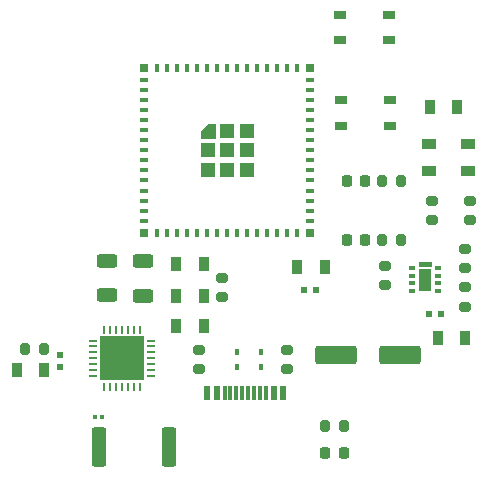
<source format=gtp>
G04 #@! TF.GenerationSoftware,KiCad,Pcbnew,7.0.6*
G04 #@! TF.CreationDate,2025-03-26T20:14:53+01:00*
G04 #@! TF.ProjectId,Stepper ESP,53746570-7065-4722-9045-53502e6b6963,rev?*
G04 #@! TF.SameCoordinates,Original*
G04 #@! TF.FileFunction,Paste,Top*
G04 #@! TF.FilePolarity,Positive*
%FSLAX46Y46*%
G04 Gerber Fmt 4.6, Leading zero omitted, Abs format (unit mm)*
G04 Created by KiCad (PCBNEW 7.0.6) date 2025-03-26 20:14:53*
%MOMM*%
%LPD*%
G01*
G04 APERTURE LIST*
G04 Aperture macros list*
%AMRoundRect*
0 Rectangle with rounded corners*
0 $1 Rounding radius*
0 $2 $3 $4 $5 $6 $7 $8 $9 X,Y pos of 4 corners*
0 Add a 4 corners polygon primitive as box body*
4,1,4,$2,$3,$4,$5,$6,$7,$8,$9,$2,$3,0*
0 Add four circle primitives for the rounded corners*
1,1,$1+$1,$2,$3*
1,1,$1+$1,$4,$5*
1,1,$1+$1,$6,$7*
1,1,$1+$1,$8,$9*
0 Add four rect primitives between the rounded corners*
20,1,$1+$1,$2,$3,$4,$5,0*
20,1,$1+$1,$4,$5,$6,$7,0*
20,1,$1+$1,$6,$7,$8,$9,0*
20,1,$1+$1,$8,$9,$2,$3,0*%
G04 Aperture macros list end*
%ADD10C,0.010000*%
%ADD11R,0.625000X0.400000*%
%ADD12R,0.350000X0.275000*%
%ADD13R,1.100000X1.900000*%
%ADD14R,0.762000X0.254000*%
%ADD15R,0.254000X0.762000*%
%ADD16R,3.800000X3.800000*%
%ADD17R,0.800000X0.400000*%
%ADD18R,0.400000X0.800000*%
%ADD19R,1.200000X1.200000*%
%ADD20R,0.800000X0.800000*%
%ADD21R,1.050000X0.650000*%
%ADD22RoundRect,0.200000X0.200000X0.275000X-0.200000X0.275000X-0.200000X-0.275000X0.200000X-0.275000X0*%
%ADD23RoundRect,0.200000X-0.200000X-0.275000X0.200000X-0.275000X0.200000X0.275000X-0.200000X0.275000X0*%
%ADD24RoundRect,0.200000X-0.275000X0.200000X-0.275000X-0.200000X0.275000X-0.200000X0.275000X0.200000X0*%
%ADD25RoundRect,0.250000X0.625000X-0.312500X0.625000X0.312500X-0.625000X0.312500X-0.625000X-0.312500X0*%
%ADD26RoundRect,0.200000X0.275000X-0.200000X0.275000X0.200000X-0.275000X0.200000X-0.275000X-0.200000X0*%
%ADD27RoundRect,0.250000X-0.362500X-1.425000X0.362500X-1.425000X0.362500X1.425000X-0.362500X1.425000X0*%
%ADD28R,0.600000X1.240000*%
%ADD29R,0.300000X1.240000*%
%ADD30RoundRect,0.218750X-0.218750X-0.256250X0.218750X-0.256250X0.218750X0.256250X-0.218750X0.256250X0*%
%ADD31R,0.400000X0.480000*%
%ADD32R,0.900000X1.300000*%
%ADD33R,1.300000X0.900000*%
%ADD34R,0.500000X0.500000*%
%ADD35R,0.380000X0.400000*%
%ADD36RoundRect,0.250000X-1.500000X-0.550000X1.500000X-0.550000X1.500000X0.550000X-1.500000X0.550000X0*%
G04 APERTURE END LIST*
G36*
X126250000Y-63737000D02*
G01*
X125100000Y-63737000D01*
X125100000Y-63337000D01*
X126250000Y-63337000D01*
X126250000Y-63737000D01*
G37*
D10*
X107850000Y-52850000D02*
X106650000Y-52850000D01*
X106650000Y-52250000D01*
X107250000Y-51650000D01*
X107850000Y-51650000D01*
X107850000Y-52850000D01*
G36*
X107850000Y-52850000D02*
G01*
X106650000Y-52850000D01*
X106650000Y-52250000D01*
X107250000Y-51650000D01*
X107850000Y-51650000D01*
X107850000Y-52850000D01*
G37*
D11*
X124562500Y-63862001D03*
X124562500Y-64511999D03*
X124562500Y-65162001D03*
X124562500Y-65811999D03*
X126787500Y-65811999D03*
X126787500Y-65162001D03*
X126787500Y-64511999D03*
X126787500Y-63862001D03*
D12*
X126000000Y-63500000D03*
X125350000Y-63500000D03*
D13*
X125675000Y-64837000D03*
D14*
X97574300Y-70000000D03*
X97574300Y-70499999D03*
X97574300Y-71000001D03*
X97574300Y-71500000D03*
X97574300Y-71999999D03*
X97574300Y-72500001D03*
X97574300Y-73000000D03*
D15*
X98500000Y-73925700D03*
X98999999Y-73925700D03*
X99500001Y-73925700D03*
X100000000Y-73925700D03*
X100499999Y-73925700D03*
X101000001Y-73925700D03*
X101500000Y-73925700D03*
D14*
X102425700Y-73000000D03*
X102425700Y-72500001D03*
X102425700Y-71999999D03*
X102425700Y-71500000D03*
X102425700Y-71000001D03*
X102425700Y-70499999D03*
X102425700Y-70000000D03*
D15*
X101500000Y-69074300D03*
X101000001Y-69074300D03*
X100499999Y-69074300D03*
X100000000Y-69074300D03*
X99500001Y-69074300D03*
X98999999Y-69074300D03*
X98500000Y-69074300D03*
D16*
X100000000Y-71500000D03*
D17*
X101900000Y-47950000D03*
X101900000Y-48800000D03*
X101900000Y-49650000D03*
X101900000Y-50500000D03*
X101900000Y-51350000D03*
X101900000Y-52200000D03*
X101900000Y-53050000D03*
X101900000Y-53900000D03*
X101900000Y-54750000D03*
X101900000Y-55600000D03*
X101900000Y-56450000D03*
X101900000Y-57300000D03*
X101900000Y-58150000D03*
X101900000Y-59000000D03*
X101900000Y-59850000D03*
D18*
X102950000Y-60900000D03*
X103800000Y-60900000D03*
X104650000Y-60900000D03*
X105500000Y-60900000D03*
X106350000Y-60900000D03*
X107200000Y-60900000D03*
X108050000Y-60900000D03*
X108900000Y-60900000D03*
X109750000Y-60900000D03*
X110600000Y-60900000D03*
X111450000Y-60900000D03*
X112300000Y-60900000D03*
X113150000Y-60900000D03*
X114000000Y-60900000D03*
X114850000Y-60900000D03*
D17*
X115900000Y-59850000D03*
X115900000Y-59000000D03*
X115900000Y-58150000D03*
X115900000Y-57300000D03*
X115900000Y-56450000D03*
X115900000Y-55600000D03*
X115900000Y-54750000D03*
X115900000Y-53900000D03*
X115900000Y-53050000D03*
X115900000Y-52200000D03*
X115900000Y-51350000D03*
X115900000Y-50500000D03*
X115900000Y-49650000D03*
X115900000Y-48800000D03*
X115900000Y-47950000D03*
D18*
X114850000Y-46900000D03*
X114000000Y-46900000D03*
X113150000Y-46900000D03*
X112300000Y-46900000D03*
X111450000Y-46900000D03*
X110600000Y-46900000D03*
X109750000Y-46900000D03*
X108900000Y-46900000D03*
X108050000Y-46900000D03*
X107200000Y-46900000D03*
X106350000Y-46900000D03*
X105500000Y-46900000D03*
X104650000Y-46900000D03*
X103800000Y-46900000D03*
X102950000Y-46900000D03*
D19*
X108900000Y-53900000D03*
X108900000Y-52250000D03*
X110550000Y-52250000D03*
X110550000Y-53900000D03*
X110550000Y-55550000D03*
X108900000Y-55550000D03*
X107250000Y-55550000D03*
X107250000Y-53900000D03*
D20*
X101900000Y-46900000D03*
X101900000Y-60900000D03*
X115900000Y-60900000D03*
X115900000Y-46900000D03*
D21*
X122650000Y-51825000D03*
X118500000Y-51825000D03*
X122650000Y-49675000D03*
X118500000Y-49675000D03*
X122575000Y-44575000D03*
X118425000Y-44575000D03*
X122575000Y-42425000D03*
X118425000Y-42425000D03*
D22*
X117175000Y-77250000D03*
X118825000Y-77250000D03*
D23*
X123635000Y-61500000D03*
X121985000Y-61500000D03*
X121985000Y-56500000D03*
X123635000Y-56500000D03*
D22*
X91775000Y-70750000D03*
X93425000Y-70750000D03*
D24*
X129500000Y-58175000D03*
X129500000Y-59825000D03*
X126250000Y-58175000D03*
X126250000Y-59825000D03*
D25*
X101790000Y-66212500D03*
X101790000Y-63287500D03*
X98750000Y-66175000D03*
X98750000Y-63250000D03*
D24*
X129037500Y-65486999D03*
X129037500Y-67136999D03*
X129037500Y-63886999D03*
X129037500Y-62236999D03*
D26*
X122250000Y-65325000D03*
X122250000Y-63675000D03*
D24*
X108500000Y-64675000D03*
X108500000Y-66325000D03*
D27*
X98037500Y-79000000D03*
X103962500Y-79000000D03*
D24*
X114000000Y-70765000D03*
X114000000Y-72415000D03*
X106500000Y-70765000D03*
X106500000Y-72415000D03*
D28*
X107230000Y-74450000D03*
X108030000Y-74450000D03*
D29*
X108680000Y-74450000D03*
X109680000Y-74450000D03*
X111180000Y-74450000D03*
X112180000Y-74450000D03*
D28*
X112830000Y-74450000D03*
X113630000Y-74450000D03*
X113630000Y-74450000D03*
X112830000Y-74450000D03*
D29*
X111680000Y-74450000D03*
X110680000Y-74450000D03*
X110180000Y-74450000D03*
X109180000Y-74450000D03*
D28*
X108030000Y-74450000D03*
X107230000Y-74450000D03*
D30*
X119022500Y-56500000D03*
X120597500Y-56500000D03*
X119022500Y-61500000D03*
X120597500Y-61500000D03*
X117175000Y-79500000D03*
X118750000Y-79500000D03*
D31*
X109750000Y-72250000D03*
X109750000Y-70930000D03*
X111750000Y-72250000D03*
X111750000Y-70930000D03*
D32*
X126100000Y-50250000D03*
X128400000Y-50250000D03*
D33*
X126000000Y-55650000D03*
X126000000Y-53350000D03*
D32*
X129050000Y-69750000D03*
X126750000Y-69750000D03*
D34*
X127000000Y-67750000D03*
X126000000Y-67750000D03*
X115400000Y-65750000D03*
X116400000Y-65750000D03*
D32*
X117150000Y-63750000D03*
X114850000Y-63750000D03*
D33*
X129250000Y-55650000D03*
X129250000Y-53350000D03*
D32*
X106900000Y-68750000D03*
X104600000Y-68750000D03*
D35*
X97719000Y-76500000D03*
X98281000Y-76500000D03*
D34*
X94750000Y-72250000D03*
X94750000Y-71250000D03*
D32*
X93400000Y-72500000D03*
X91100000Y-72500000D03*
X104600000Y-66250000D03*
X106900000Y-66250000D03*
X104600000Y-63500000D03*
X106900000Y-63500000D03*
D36*
X118100000Y-71250000D03*
X123500000Y-71250000D03*
M02*

</source>
